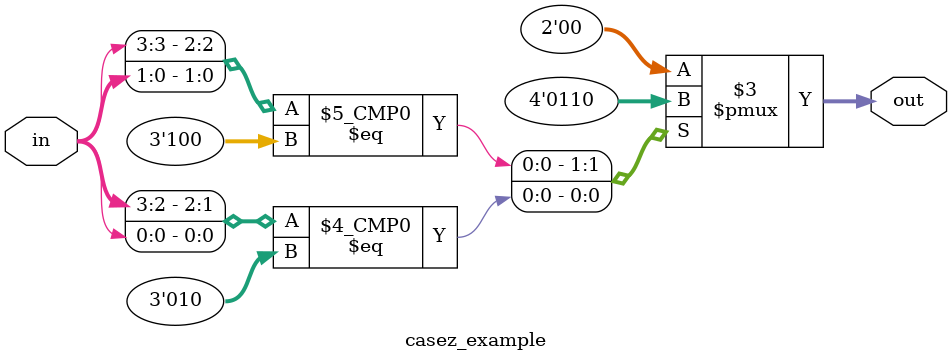
<source format=v>
module casez_example(input [3:0] in, output reg [1:0] out);
  always @(*) begin
    casez(in)
      4'b1z00: out = 2'b01;    
      4'b01?0: out = 2'b10;    
      default: out = 2'b00;
    endcase
  end
endmodule

</source>
